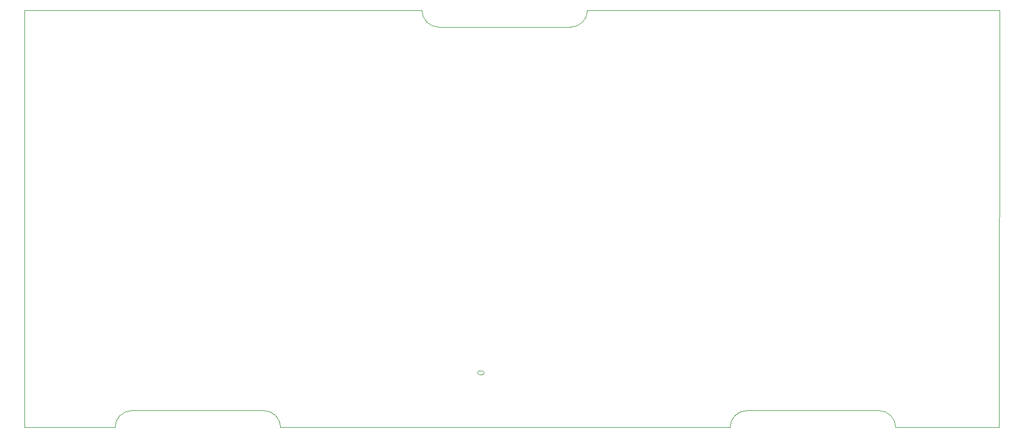
<source format=gbr>
G04 #@! TF.GenerationSoftware,KiCad,Pcbnew,(5.1.9)-1*
G04 #@! TF.CreationDate,2021-07-05T20:40:17-04:00*
G04 #@! TF.ProjectId,DepthABC,44657074-6841-4424-932e-6b696361645f,rev?*
G04 #@! TF.SameCoordinates,Original*
G04 #@! TF.FileFunction,Profile,NP*
%FSLAX46Y46*%
G04 Gerber Fmt 4.6, Leading zero omitted, Abs format (unit mm)*
G04 Created by KiCad (PCBNEW (5.1.9)-1) date 2021-07-05 20:40:17*
%MOMM*%
%LPD*%
G01*
G04 APERTURE LIST*
G04 #@! TA.AperFunction,Profile*
%ADD10C,0.050000*%
G04 #@! TD*
G04 #@! TA.AperFunction,Profile*
%ADD11C,0.100000*%
G04 #@! TD*
G04 APERTURE END LIST*
D10*
X265458300Y-105798900D02*
X201241220Y-105803500D01*
X201241220Y-105803500D02*
G75*
G02*
X198619620Y-108425098I-2621599J1D01*
G01*
X178045620Y-108425098D02*
G75*
G02*
X175424022Y-105803498I1J2621599D01*
G01*
X198619620Y-108425098D02*
X178045618Y-108425098D01*
X223478298Y-170953100D02*
G75*
G02*
X226099898Y-168331502I2621599J-1D01*
G01*
X246673900Y-168331502D02*
G75*
G02*
X249295498Y-170953102I-1J-2621599D01*
G01*
X265455778Y-170953102D02*
X249295498Y-170953102D01*
X226099898Y-168331502D02*
X246673900Y-168331502D01*
X127567900Y-170953098D02*
X113457620Y-170953098D01*
X113457620Y-170953098D02*
X113457620Y-158331500D01*
X127567900Y-170953098D02*
G75*
G02*
X130189500Y-168331500I2621599J-1D01*
G01*
X150763500Y-168331500D02*
G75*
G02*
X153385098Y-170953100I-1J-2621599D01*
G01*
X113455100Y-105798900D02*
X113457620Y-158331500D01*
X265458300Y-105798900D02*
X265455778Y-170953102D01*
X153385098Y-170953100D02*
X223478298Y-170953100D01*
X130189500Y-168331500D02*
X150763502Y-168331500D01*
X175424022Y-105803498D02*
X113455100Y-105798900D01*
D11*
G04 #@! TO.C,J5*
X184815500Y-162125500D02*
X184395500Y-162125500D01*
X184395500Y-162705500D02*
X184815500Y-162705500D01*
X184815500Y-162705500D02*
G75*
G03*
X184815500Y-162125500I0J290000D01*
G01*
X184395500Y-162125500D02*
G75*
G03*
X184395500Y-162705500I0J-290000D01*
G01*
G04 #@! TD*
M02*

</source>
